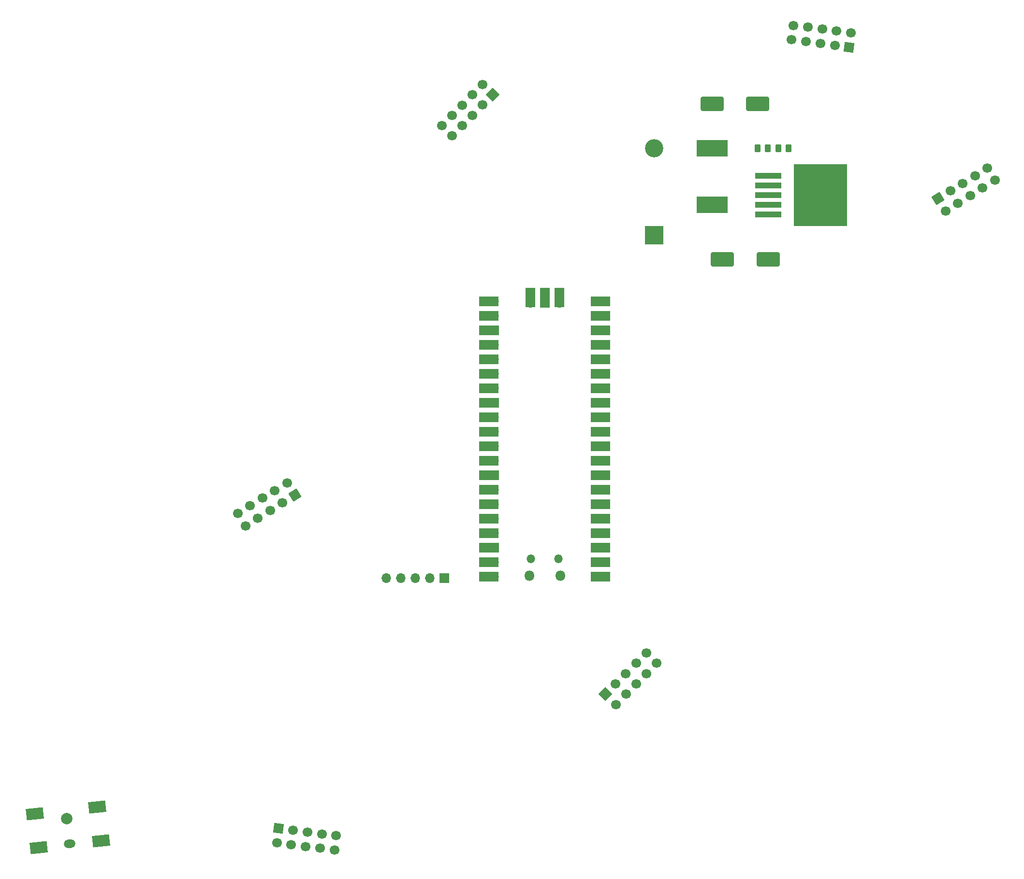
<source format=gbr>
%TF.GenerationSoftware,KiCad,Pcbnew,(6.0.1)*%
%TF.CreationDate,2022-03-18T19:46:04+01:00*%
%TF.ProjectId,pcb_v1,7063625f-7631-42e6-9b69-6361645f7063,v1*%
%TF.SameCoordinates,Original*%
%TF.FileFunction,Soldermask,Bot*%
%TF.FilePolarity,Negative*%
%FSLAX46Y46*%
G04 Gerber Fmt 4.6, Leading zero omitted, Abs format (unit mm)*
G04 Created by KiCad (PCBNEW (6.0.1)) date 2022-03-18 19:46:04*
%MOMM*%
%LPD*%
G01*
G04 APERTURE LIST*
G04 Aperture macros list*
%AMRoundRect*
0 Rectangle with rounded corners*
0 $1 Rounding radius*
0 $2 $3 $4 $5 $6 $7 $8 $9 X,Y pos of 4 corners*
0 Add a 4 corners polygon primitive as box body*
4,1,4,$2,$3,$4,$5,$6,$7,$8,$9,$2,$3,0*
0 Add four circle primitives for the rounded corners*
1,1,$1+$1,$2,$3*
1,1,$1+$1,$4,$5*
1,1,$1+$1,$6,$7*
1,1,$1+$1,$8,$9*
0 Add four rect primitives between the rounded corners*
20,1,$1+$1,$2,$3,$4,$5,0*
20,1,$1+$1,$4,$5,$6,$7,0*
20,1,$1+$1,$6,$7,$8,$9,0*
20,1,$1+$1,$8,$9,$2,$3,0*%
%AMHorizOval*
0 Thick line with rounded ends*
0 $1 width*
0 $2 $3 position (X,Y) of the first rounded end (center of the circle)*
0 $4 $5 position (X,Y) of the second rounded end (center of the circle)*
0 Add line between two ends*
20,1,$1,$2,$3,$4,$5,0*
0 Add two circle primitives to create the rounded ends*
1,1,$1,$2,$3*
1,1,$1,$4,$5*%
%AMRotRect*
0 Rectangle, with rotation*
0 The origin of the aperture is its center*
0 $1 length*
0 $2 width*
0 $3 Rotation angle, in degrees counterclockwise*
0 Add horizontal line*
21,1,$1,$2,0,0,$3*%
G04 Aperture macros list end*
%ADD10RoundRect,0.250000X0.262500X0.450000X-0.262500X0.450000X-0.262500X-0.450000X0.262500X-0.450000X0*%
%ADD11R,1.700000X1.700000*%
%ADD12O,1.700000X1.700000*%
%ADD13RoundRect,0.250000X1.750000X1.000000X-1.750000X1.000000X-1.750000X-1.000000X1.750000X-1.000000X0*%
%ADD14HorizOval,1.500000X0.248490X0.027434X-0.248490X-0.027434X0*%
%ADD15C,2.000000*%
%ADD16RotRect,3.000000X2.000000X6.300000*%
%ADD17RotRect,1.700000X1.700000X262.800000*%
%ADD18HorizOval,1.700000X0.000000X0.000000X0.000000X0.000000X0*%
%ADD19RotRect,1.700000X1.700000X121.800000*%
%ADD20HorizOval,1.700000X0.000000X0.000000X0.000000X0.000000X0*%
%ADD21RoundRect,0.250000X-1.750000X-1.000000X1.750000X-1.000000X1.750000X1.000000X-1.750000X1.000000X0*%
%ADD22R,5.400000X2.900000*%
%ADD23RotRect,1.700000X1.700000X82.800000*%
%ADD24HorizOval,1.700000X0.000000X0.000000X0.000000X0.000000X0*%
%ADD25R,4.600000X1.100000*%
%ADD26R,9.400000X10.800000*%
%ADD27R,3.200000X3.200000*%
%ADD28O,3.200000X3.200000*%
%ADD29RotRect,1.700000X1.700000X135.300000*%
%ADD30HorizOval,1.700000X0.000000X0.000000X0.000000X0.000000X0*%
%ADD31O,1.500000X1.500000*%
%ADD32O,1.800000X1.800000*%
%ADD33R,3.500000X1.700000*%
%ADD34R,1.700000X3.500000*%
%ADD35RotRect,1.700000X1.700000X301.800000*%
%ADD36HorizOval,1.700000X0.000000X0.000000X0.000000X0.000000X0*%
%ADD37RotRect,1.700000X1.700000X315.300000*%
%ADD38HorizOval,1.700000X0.000000X0.000000X0.000000X0.000000X0*%
G04 APERTURE END LIST*
D10*
%TO.C,R1*%
X195422500Y-52870000D03*
X193597500Y-52870000D03*
%TD*%
D11*
%TO.C,J8*%
X138750000Y-128220000D03*
D12*
X136210000Y-128220000D03*
X133670000Y-128220000D03*
X131130000Y-128220000D03*
X128590000Y-128220000D03*
%TD*%
D13*
%TO.C,C17*%
X195482500Y-72310000D03*
X187482500Y-72310000D03*
%TD*%
D14*
%TO.C,J7*%
X73136903Y-174796413D03*
D15*
X72654072Y-170422985D03*
D16*
X78614661Y-174292270D03*
X77956255Y-168328504D03*
X67022685Y-169535582D03*
X67681091Y-175499348D03*
%TD*%
D10*
%TO.C,R2*%
X199072500Y-52860000D03*
X197247500Y-52860000D03*
%TD*%
D17*
%TO.C,J2*%
X109748404Y-172103336D03*
D18*
X109430058Y-174623307D03*
X112268375Y-172421682D03*
X111950029Y-174941654D03*
X114788347Y-172740029D03*
X114470000Y-175260000D03*
X117308318Y-173058375D03*
X116989972Y-175578347D03*
X119828289Y-173376722D03*
X119509943Y-175896693D03*
%TD*%
D19*
%TO.C,J1*%
X112555923Y-113691792D03*
D20*
X111217455Y-111533065D03*
X110397196Y-115030260D03*
X109058728Y-112871532D03*
X108238468Y-116368727D03*
X106900000Y-114210000D03*
X106079741Y-117707195D03*
X104741273Y-115548468D03*
X103921013Y-119045663D03*
X102582546Y-116886935D03*
%TD*%
D21*
%TO.C,C18*%
X185657500Y-45060000D03*
X193657500Y-45060000D03*
%TD*%
D22*
%TO.C,L1*%
X185660000Y-62780000D03*
X185660000Y-52880000D03*
%TD*%
D23*
%TO.C,J5*%
X209651596Y-35136664D03*
D24*
X209969942Y-32616693D03*
X207131625Y-34818318D03*
X207449971Y-32298346D03*
X204611653Y-34499971D03*
X204930000Y-31980000D03*
X202091682Y-34181625D03*
X202410028Y-31661653D03*
X199571711Y-33863278D03*
X199890057Y-31343307D03*
%TD*%
D25*
%TO.C,U2*%
X195455000Y-64500000D03*
X195455000Y-62800000D03*
X195455000Y-61100000D03*
D26*
X204605000Y-61100000D03*
D25*
X195455000Y-59400000D03*
X195455000Y-57700000D03*
%TD*%
D27*
%TO.C,D17*%
X175495000Y-68110000D03*
D28*
X175495000Y-52870000D03*
%TD*%
D29*
%TO.C,J6*%
X147258676Y-43485761D03*
D30*
X145453245Y-41699138D03*
X145472053Y-45291192D03*
X143666623Y-43504569D03*
X143685431Y-47096622D03*
X141880000Y-45310000D03*
X141898808Y-48902053D03*
X140093378Y-47115430D03*
X140112186Y-50707484D03*
X138306755Y-48920861D03*
%TD*%
D31*
%TO.C,U1*%
X153925000Y-124805000D03*
D32*
X159075000Y-127835000D03*
X153625000Y-127835000D03*
D31*
X158775000Y-124805000D03*
D12*
X147460000Y-127965000D03*
D33*
X146560000Y-127965000D03*
X146560000Y-125425000D03*
D12*
X147460000Y-125425000D03*
D33*
X146560000Y-122885000D03*
D11*
X147460000Y-122885000D03*
D33*
X146560000Y-120345000D03*
D12*
X147460000Y-120345000D03*
D33*
X146560000Y-117805000D03*
D12*
X147460000Y-117805000D03*
D33*
X146560000Y-115265000D03*
D12*
X147460000Y-115265000D03*
X147460000Y-112725000D03*
D33*
X146560000Y-112725000D03*
X146560000Y-110185000D03*
D11*
X147460000Y-110185000D03*
D12*
X147460000Y-107645000D03*
D33*
X146560000Y-107645000D03*
X146560000Y-105105000D03*
D12*
X147460000Y-105105000D03*
X147460000Y-102565000D03*
D33*
X146560000Y-102565000D03*
D12*
X147460000Y-100025000D03*
D33*
X146560000Y-100025000D03*
D11*
X147460000Y-97485000D03*
D33*
X146560000Y-97485000D03*
X146560000Y-94945000D03*
D12*
X147460000Y-94945000D03*
X147460000Y-92405000D03*
D33*
X146560000Y-92405000D03*
D12*
X147460000Y-89865000D03*
D33*
X146560000Y-89865000D03*
D12*
X147460000Y-87325000D03*
D33*
X146560000Y-87325000D03*
D11*
X147460000Y-84785000D03*
D33*
X146560000Y-84785000D03*
D12*
X147460000Y-82245000D03*
D33*
X146560000Y-82245000D03*
X146560000Y-79705000D03*
D12*
X147460000Y-79705000D03*
X165240000Y-79705000D03*
D33*
X166140000Y-79705000D03*
X166140000Y-82245000D03*
D12*
X165240000Y-82245000D03*
D11*
X165240000Y-84785000D03*
D33*
X166140000Y-84785000D03*
D12*
X165240000Y-87325000D03*
D33*
X166140000Y-87325000D03*
X166140000Y-89865000D03*
D12*
X165240000Y-89865000D03*
D33*
X166140000Y-92405000D03*
D12*
X165240000Y-92405000D03*
X165240000Y-94945000D03*
D33*
X166140000Y-94945000D03*
X166140000Y-97485000D03*
D11*
X165240000Y-97485000D03*
D12*
X165240000Y-100025000D03*
D33*
X166140000Y-100025000D03*
D12*
X165240000Y-102565000D03*
D33*
X166140000Y-102565000D03*
D12*
X165240000Y-105105000D03*
D33*
X166140000Y-105105000D03*
D12*
X165240000Y-107645000D03*
D33*
X166140000Y-107645000D03*
D11*
X165240000Y-110185000D03*
D33*
X166140000Y-110185000D03*
X166140000Y-112725000D03*
D12*
X165240000Y-112725000D03*
D33*
X166140000Y-115265000D03*
D12*
X165240000Y-115265000D03*
X165240000Y-117805000D03*
D33*
X166140000Y-117805000D03*
X166140000Y-120345000D03*
D12*
X165240000Y-120345000D03*
D11*
X165240000Y-122885000D03*
D33*
X166140000Y-122885000D03*
D12*
X165240000Y-125425000D03*
D33*
X166140000Y-125425000D03*
D12*
X165240000Y-127965000D03*
D33*
X166140000Y-127965000D03*
D12*
X153810000Y-79935000D03*
D34*
X153810000Y-79035000D03*
D11*
X156350000Y-79935000D03*
D34*
X156350000Y-79035000D03*
D12*
X158890000Y-79935000D03*
D34*
X158890000Y-79035000D03*
%TD*%
D35*
%TO.C,J4*%
X225214077Y-61688208D03*
D36*
X226552545Y-63846935D03*
X227372804Y-60349740D03*
X228711272Y-62508468D03*
X229531532Y-59011273D03*
X230870000Y-61170000D03*
X231690259Y-57672805D03*
X233028727Y-59831532D03*
X233848987Y-56334337D03*
X235187454Y-58493065D03*
%TD*%
D37*
%TO.C,J3*%
X166971324Y-148584239D03*
D38*
X168776755Y-150370862D03*
X168757947Y-146778808D03*
X170563377Y-148565431D03*
X170544569Y-144973378D03*
X172350000Y-146760000D03*
X172331192Y-143167947D03*
X174136622Y-144954570D03*
X174117814Y-141362516D03*
X175923245Y-143149139D03*
%TD*%
M02*

</source>
